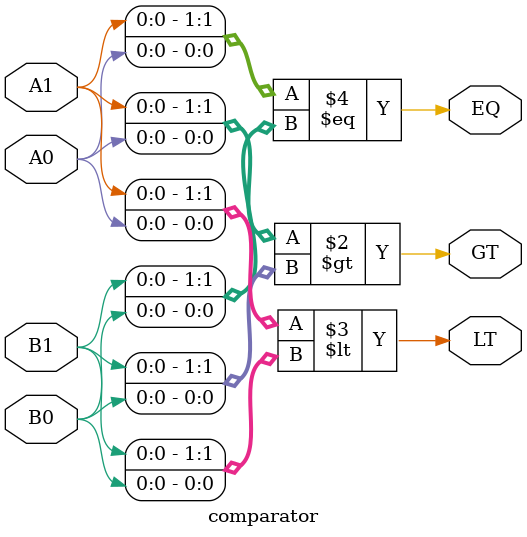
<source format=v>
`timescale 1ns / 1ps

module comparator(A0,A1,B0,B1,LT,GT,EQ);
    input A0,B0,A1,B1;
    output reg LT,GT,EQ;
    
    always @(A0,A1,B0,B1)
    begin
    
        GT = ({A1,A0} > {B1,B0});
        LT = ({A1,A0} < {B1,B0});
        EQ = ({A1,A0} == {B1,B0});
    end
    
    
endmodule

</source>
